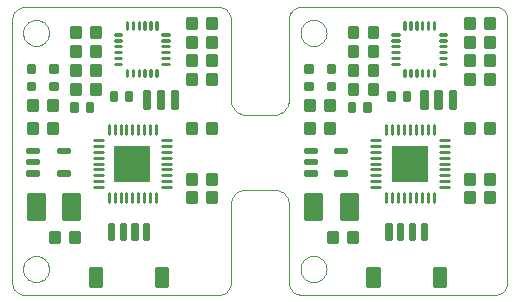
<source format=gtp>
G75*
%MOIN*%
%OFA0B0*%
%FSLAX24Y24*%
%IPPOS*%
%LPD*%
%AMOC8*
5,1,8,0,0,1.08239X$1,22.5*
%
%ADD10C,0.0000*%
%ADD11R,0.1187X0.1187*%
%ADD12C,0.0101*%
%ADD13C,0.0100*%
%ADD14C,0.0098*%
%ADD15C,0.0100*%
%ADD16C,0.0100*%
%ADD17C,0.0099*%
D10*
X003587Y005150D02*
X010080Y005150D01*
X010119Y005153D01*
X010158Y005159D01*
X010196Y005169D01*
X010233Y005183D01*
X010268Y005200D01*
X010301Y005221D01*
X010332Y005245D01*
X010361Y005271D01*
X010387Y005301D01*
X010410Y005333D01*
X010430Y005367D01*
X010446Y005402D01*
X010458Y005440D01*
X010467Y005478D01*
X010473Y005517D01*
X010474Y005556D01*
X010474Y008150D01*
X010476Y008194D01*
X010482Y008237D01*
X010491Y008279D01*
X010504Y008321D01*
X010521Y008361D01*
X010541Y008400D01*
X010564Y008437D01*
X010591Y008471D01*
X010620Y008504D01*
X010653Y008533D01*
X010687Y008560D01*
X010724Y008583D01*
X010763Y008603D01*
X010803Y008620D01*
X010845Y008633D01*
X010887Y008642D01*
X010930Y008648D01*
X010974Y008650D01*
X011912Y008650D01*
X011956Y008648D01*
X011999Y008642D01*
X012041Y008633D01*
X012083Y008620D01*
X012123Y008603D01*
X012162Y008583D01*
X012199Y008560D01*
X012233Y008533D01*
X012266Y008504D01*
X012295Y008471D01*
X012322Y008437D01*
X012345Y008400D01*
X012365Y008361D01*
X012382Y008321D01*
X012395Y008279D01*
X012404Y008237D01*
X012410Y008194D01*
X012412Y008150D01*
X012412Y005556D01*
X012414Y005517D01*
X012419Y005479D01*
X012428Y005441D01*
X012441Y005404D01*
X012458Y005369D01*
X012478Y005335D01*
X012501Y005304D01*
X012527Y005275D01*
X012555Y005249D01*
X012586Y005225D01*
X012620Y005205D01*
X012655Y005188D01*
X012692Y005175D01*
X012729Y005165D01*
X012768Y005159D01*
X012807Y005157D01*
X012806Y005157D02*
X019299Y005157D01*
X019338Y005159D01*
X019376Y005165D01*
X019413Y005174D01*
X019450Y005187D01*
X019485Y005204D01*
X019518Y005223D01*
X019549Y005246D01*
X019578Y005272D01*
X019604Y005301D01*
X019627Y005332D01*
X019646Y005365D01*
X019663Y005400D01*
X019676Y005437D01*
X019685Y005474D01*
X019691Y005512D01*
X019693Y005551D01*
X019693Y014350D01*
X019691Y014389D01*
X019685Y014427D01*
X019676Y014464D01*
X019663Y014501D01*
X019646Y014536D01*
X019627Y014569D01*
X019604Y014600D01*
X019578Y014629D01*
X019549Y014655D01*
X019518Y014678D01*
X019485Y014697D01*
X019450Y014714D01*
X019413Y014727D01*
X019376Y014736D01*
X019338Y014742D01*
X019299Y014744D01*
X012806Y014744D01*
X012806Y014743D02*
X012767Y014740D01*
X012728Y014734D01*
X012690Y014724D01*
X012653Y014710D01*
X012618Y014693D01*
X012585Y014672D01*
X012554Y014648D01*
X012525Y014622D01*
X012499Y014592D01*
X012476Y014560D01*
X012456Y014526D01*
X012440Y014491D01*
X012428Y014453D01*
X012419Y014415D01*
X012413Y014376D01*
X012412Y014337D01*
X012412Y014338D02*
X012412Y011650D01*
X012410Y011606D01*
X012404Y011563D01*
X012395Y011521D01*
X012382Y011479D01*
X012365Y011439D01*
X012345Y011400D01*
X012322Y011363D01*
X012295Y011329D01*
X012266Y011296D01*
X012233Y011267D01*
X012199Y011240D01*
X012162Y011217D01*
X012123Y011197D01*
X012083Y011180D01*
X012041Y011167D01*
X011999Y011158D01*
X011956Y011152D01*
X011912Y011150D01*
X010974Y011150D01*
X010930Y011152D01*
X010887Y011158D01*
X010845Y011167D01*
X010803Y011180D01*
X010763Y011197D01*
X010724Y011217D01*
X010687Y011240D01*
X010653Y011267D01*
X010620Y011296D01*
X010591Y011329D01*
X010564Y011363D01*
X010541Y011400D01*
X010521Y011439D01*
X010504Y011479D01*
X010491Y011521D01*
X010482Y011563D01*
X010476Y011606D01*
X010474Y011650D01*
X010474Y014338D01*
X010475Y014338D02*
X010473Y014377D01*
X010468Y014415D01*
X010459Y014453D01*
X010446Y014490D01*
X010429Y014525D01*
X010409Y014559D01*
X010386Y014590D01*
X010360Y014619D01*
X010332Y014645D01*
X010301Y014669D01*
X010267Y014689D01*
X010232Y014706D01*
X010195Y014719D01*
X010158Y014729D01*
X010119Y014735D01*
X010080Y014737D01*
X003587Y014737D01*
X003548Y014735D01*
X003510Y014729D01*
X003473Y014720D01*
X003436Y014707D01*
X003401Y014690D01*
X003368Y014671D01*
X003337Y014648D01*
X003308Y014622D01*
X003282Y014593D01*
X003259Y014562D01*
X003240Y014529D01*
X003223Y014494D01*
X003210Y014457D01*
X003201Y014420D01*
X003195Y014382D01*
X003193Y014343D01*
X003193Y005544D01*
X003195Y005505D01*
X003201Y005467D01*
X003210Y005430D01*
X003223Y005393D01*
X003240Y005358D01*
X003259Y005325D01*
X003282Y005294D01*
X003308Y005265D01*
X003337Y005239D01*
X003368Y005216D01*
X003401Y005197D01*
X003436Y005180D01*
X003473Y005167D01*
X003510Y005158D01*
X003548Y005152D01*
X003587Y005150D01*
X003548Y006006D02*
X003550Y006047D01*
X003556Y006088D01*
X003566Y006128D01*
X003579Y006167D01*
X003596Y006204D01*
X003617Y006240D01*
X003641Y006274D01*
X003668Y006305D01*
X003697Y006333D01*
X003730Y006359D01*
X003764Y006381D01*
X003801Y006400D01*
X003839Y006415D01*
X003879Y006427D01*
X003919Y006435D01*
X003960Y006439D01*
X004002Y006439D01*
X004043Y006435D01*
X004083Y006427D01*
X004123Y006415D01*
X004161Y006400D01*
X004197Y006381D01*
X004232Y006359D01*
X004265Y006333D01*
X004294Y006305D01*
X004321Y006274D01*
X004345Y006240D01*
X004366Y006204D01*
X004383Y006167D01*
X004396Y006128D01*
X004406Y006088D01*
X004412Y006047D01*
X004414Y006006D01*
X004412Y005965D01*
X004406Y005924D01*
X004396Y005884D01*
X004383Y005845D01*
X004366Y005808D01*
X004345Y005772D01*
X004321Y005738D01*
X004294Y005707D01*
X004265Y005679D01*
X004232Y005653D01*
X004198Y005631D01*
X004161Y005612D01*
X004123Y005597D01*
X004083Y005585D01*
X004043Y005577D01*
X004002Y005573D01*
X003960Y005573D01*
X003919Y005577D01*
X003879Y005585D01*
X003839Y005597D01*
X003801Y005612D01*
X003765Y005631D01*
X003730Y005653D01*
X003697Y005679D01*
X003668Y005707D01*
X003641Y005738D01*
X003617Y005772D01*
X003596Y005808D01*
X003579Y005845D01*
X003566Y005884D01*
X003556Y005924D01*
X003550Y005965D01*
X003548Y006006D01*
X003548Y013880D02*
X003550Y013921D01*
X003556Y013962D01*
X003566Y014002D01*
X003579Y014041D01*
X003596Y014078D01*
X003617Y014114D01*
X003641Y014148D01*
X003668Y014179D01*
X003697Y014207D01*
X003730Y014233D01*
X003764Y014255D01*
X003801Y014274D01*
X003839Y014289D01*
X003879Y014301D01*
X003919Y014309D01*
X003960Y014313D01*
X004002Y014313D01*
X004043Y014309D01*
X004083Y014301D01*
X004123Y014289D01*
X004161Y014274D01*
X004197Y014255D01*
X004232Y014233D01*
X004265Y014207D01*
X004294Y014179D01*
X004321Y014148D01*
X004345Y014114D01*
X004366Y014078D01*
X004383Y014041D01*
X004396Y014002D01*
X004406Y013962D01*
X004412Y013921D01*
X004414Y013880D01*
X004412Y013839D01*
X004406Y013798D01*
X004396Y013758D01*
X004383Y013719D01*
X004366Y013682D01*
X004345Y013646D01*
X004321Y013612D01*
X004294Y013581D01*
X004265Y013553D01*
X004232Y013527D01*
X004198Y013505D01*
X004161Y013486D01*
X004123Y013471D01*
X004083Y013459D01*
X004043Y013451D01*
X004002Y013447D01*
X003960Y013447D01*
X003919Y013451D01*
X003879Y013459D01*
X003839Y013471D01*
X003801Y013486D01*
X003765Y013505D01*
X003730Y013527D01*
X003697Y013553D01*
X003668Y013581D01*
X003641Y013612D01*
X003617Y013646D01*
X003596Y013682D01*
X003579Y013719D01*
X003566Y013758D01*
X003556Y013798D01*
X003550Y013839D01*
X003548Y013880D01*
X012798Y013880D02*
X012800Y013921D01*
X012806Y013962D01*
X012816Y014002D01*
X012829Y014041D01*
X012846Y014078D01*
X012867Y014114D01*
X012891Y014148D01*
X012918Y014179D01*
X012947Y014207D01*
X012980Y014233D01*
X013014Y014255D01*
X013051Y014274D01*
X013089Y014289D01*
X013129Y014301D01*
X013169Y014309D01*
X013210Y014313D01*
X013252Y014313D01*
X013293Y014309D01*
X013333Y014301D01*
X013373Y014289D01*
X013411Y014274D01*
X013447Y014255D01*
X013482Y014233D01*
X013515Y014207D01*
X013544Y014179D01*
X013571Y014148D01*
X013595Y014114D01*
X013616Y014078D01*
X013633Y014041D01*
X013646Y014002D01*
X013656Y013962D01*
X013662Y013921D01*
X013664Y013880D01*
X013662Y013839D01*
X013656Y013798D01*
X013646Y013758D01*
X013633Y013719D01*
X013616Y013682D01*
X013595Y013646D01*
X013571Y013612D01*
X013544Y013581D01*
X013515Y013553D01*
X013482Y013527D01*
X013448Y013505D01*
X013411Y013486D01*
X013373Y013471D01*
X013333Y013459D01*
X013293Y013451D01*
X013252Y013447D01*
X013210Y013447D01*
X013169Y013451D01*
X013129Y013459D01*
X013089Y013471D01*
X013051Y013486D01*
X013015Y013505D01*
X012980Y013527D01*
X012947Y013553D01*
X012918Y013581D01*
X012891Y013612D01*
X012867Y013646D01*
X012846Y013682D01*
X012829Y013719D01*
X012816Y013758D01*
X012806Y013798D01*
X012800Y013839D01*
X012798Y013880D01*
X012798Y006006D02*
X012800Y006047D01*
X012806Y006088D01*
X012816Y006128D01*
X012829Y006167D01*
X012846Y006204D01*
X012867Y006240D01*
X012891Y006274D01*
X012918Y006305D01*
X012947Y006333D01*
X012980Y006359D01*
X013014Y006381D01*
X013051Y006400D01*
X013089Y006415D01*
X013129Y006427D01*
X013169Y006435D01*
X013210Y006439D01*
X013252Y006439D01*
X013293Y006435D01*
X013333Y006427D01*
X013373Y006415D01*
X013411Y006400D01*
X013447Y006381D01*
X013482Y006359D01*
X013515Y006333D01*
X013544Y006305D01*
X013571Y006274D01*
X013595Y006240D01*
X013616Y006204D01*
X013633Y006167D01*
X013646Y006128D01*
X013656Y006088D01*
X013662Y006047D01*
X013664Y006006D01*
X013662Y005965D01*
X013656Y005924D01*
X013646Y005884D01*
X013633Y005845D01*
X013616Y005808D01*
X013595Y005772D01*
X013571Y005738D01*
X013544Y005707D01*
X013515Y005679D01*
X013482Y005653D01*
X013448Y005631D01*
X013411Y005612D01*
X013373Y005597D01*
X013333Y005585D01*
X013293Y005577D01*
X013252Y005573D01*
X013210Y005573D01*
X013169Y005577D01*
X013129Y005585D01*
X013089Y005597D01*
X013051Y005612D01*
X013015Y005631D01*
X012980Y005653D01*
X012947Y005679D01*
X012918Y005707D01*
X012891Y005738D01*
X012867Y005772D01*
X012846Y005808D01*
X012829Y005845D01*
X012816Y005884D01*
X012806Y005924D01*
X012800Y005965D01*
X012798Y006006D01*
D11*
X016443Y009525D03*
X007193Y009525D03*
D12*
X005424Y008510D02*
X004894Y008510D01*
X005424Y008510D02*
X005424Y007666D01*
X004894Y007666D01*
X004894Y008510D01*
X004894Y007766D02*
X005424Y007766D01*
X005424Y007866D02*
X004894Y007866D01*
X004894Y007966D02*
X005424Y007966D01*
X005424Y008066D02*
X004894Y008066D01*
X004894Y008166D02*
X005424Y008166D01*
X005424Y008266D02*
X004894Y008266D01*
X004894Y008366D02*
X005424Y008366D01*
X005424Y008466D02*
X004894Y008466D01*
X004243Y007666D02*
X003713Y007666D01*
X003713Y008510D01*
X004243Y008510D01*
X004243Y007666D01*
X004243Y007766D02*
X003713Y007766D01*
X003713Y007866D02*
X004243Y007866D01*
X004243Y007966D02*
X003713Y007966D01*
X003713Y008066D02*
X004243Y008066D01*
X004243Y008166D02*
X003713Y008166D01*
X003713Y008266D02*
X004243Y008266D01*
X004243Y008366D02*
X003713Y008366D01*
X003713Y008466D02*
X004243Y008466D01*
X004461Y011998D02*
X004675Y011998D01*
X004461Y011998D02*
X004461Y012212D01*
X004675Y012212D01*
X004675Y011998D01*
X004675Y012098D02*
X004461Y012098D01*
X004461Y012198D02*
X004675Y012198D01*
X004675Y012588D02*
X004461Y012588D01*
X004461Y012802D01*
X004675Y012802D01*
X004675Y012588D01*
X004675Y012688D02*
X004461Y012688D01*
X004461Y012788D02*
X004675Y012788D01*
X003925Y012588D02*
X003711Y012588D01*
X003711Y012802D01*
X003925Y012802D01*
X003925Y012588D01*
X003925Y012688D02*
X003711Y012688D01*
X003711Y012788D02*
X003925Y012788D01*
X003925Y011998D02*
X003711Y011998D01*
X003711Y012212D01*
X003925Y012212D01*
X003925Y011998D01*
X003925Y012098D02*
X003711Y012098D01*
X003711Y012198D02*
X003925Y012198D01*
X012961Y011998D02*
X013175Y011998D01*
X012961Y011998D02*
X012961Y012212D01*
X013175Y012212D01*
X013175Y011998D01*
X013175Y012098D02*
X012961Y012098D01*
X012961Y012198D02*
X013175Y012198D01*
X013175Y012588D02*
X012961Y012588D01*
X012961Y012802D01*
X013175Y012802D01*
X013175Y012588D01*
X013175Y012688D02*
X012961Y012688D01*
X012961Y012788D02*
X013175Y012788D01*
X013711Y012588D02*
X013925Y012588D01*
X013711Y012588D02*
X013711Y012802D01*
X013925Y012802D01*
X013925Y012588D01*
X013925Y012688D02*
X013711Y012688D01*
X013711Y012788D02*
X013925Y012788D01*
X013925Y011998D02*
X013711Y011998D01*
X013711Y012212D01*
X013925Y012212D01*
X013925Y011998D01*
X013925Y012098D02*
X013711Y012098D01*
X013711Y012198D02*
X013925Y012198D01*
X014144Y008510D02*
X014674Y008510D01*
X014674Y007666D01*
X014144Y007666D01*
X014144Y008510D01*
X014144Y007766D02*
X014674Y007766D01*
X014674Y007866D02*
X014144Y007866D01*
X014144Y007966D02*
X014674Y007966D01*
X014674Y008066D02*
X014144Y008066D01*
X014144Y008166D02*
X014674Y008166D01*
X014674Y008266D02*
X014144Y008266D01*
X014144Y008366D02*
X014674Y008366D01*
X014674Y008466D02*
X014144Y008466D01*
X013493Y007666D02*
X012963Y007666D01*
X012963Y008510D01*
X013493Y008510D01*
X013493Y007666D01*
X013493Y007766D02*
X012963Y007766D01*
X012963Y007866D02*
X013493Y007866D01*
X013493Y007966D02*
X012963Y007966D01*
X012963Y008066D02*
X013493Y008066D01*
X013493Y008166D02*
X012963Y008166D01*
X012963Y008266D02*
X013493Y008266D01*
X013493Y008366D02*
X012963Y008366D01*
X012963Y008466D02*
X013493Y008466D01*
D13*
X016255Y012443D02*
X016255Y012657D01*
X016273Y012657D01*
X016273Y012443D01*
X016255Y012443D01*
X016255Y012542D02*
X016273Y012542D01*
X016273Y012641D02*
X016255Y012641D01*
X016451Y012657D02*
X016451Y012443D01*
X016451Y012657D02*
X016469Y012657D01*
X016469Y012443D01*
X016451Y012443D01*
X016451Y012542D02*
X016469Y012542D01*
X016469Y012641D02*
X016451Y012641D01*
X016648Y012657D02*
X016648Y012443D01*
X016648Y012657D02*
X016666Y012657D01*
X016666Y012443D01*
X016648Y012443D01*
X016648Y012542D02*
X016666Y012542D01*
X016666Y012641D02*
X016648Y012641D01*
X016845Y012657D02*
X016845Y012443D01*
X016845Y012657D02*
X016863Y012657D01*
X016863Y012443D01*
X016845Y012443D01*
X016845Y012542D02*
X016863Y012542D01*
X016863Y012641D02*
X016845Y012641D01*
X017042Y012657D02*
X017042Y012443D01*
X017042Y012657D02*
X017060Y012657D01*
X017060Y012443D01*
X017042Y012443D01*
X017042Y012542D02*
X017060Y012542D01*
X017060Y012641D02*
X017042Y012641D01*
X017239Y012657D02*
X017239Y012443D01*
X017239Y012657D02*
X017257Y012657D01*
X017257Y012443D01*
X017239Y012443D01*
X017239Y012542D02*
X017257Y012542D01*
X017257Y012641D02*
X017239Y012641D01*
X017436Y012854D02*
X017650Y012854D01*
X017650Y012836D01*
X017436Y012836D01*
X017436Y012854D01*
X017436Y013051D02*
X017650Y013051D01*
X017650Y013033D01*
X017436Y013033D01*
X017436Y013051D01*
X017436Y013248D02*
X017650Y013248D01*
X017650Y013230D01*
X017436Y013230D01*
X017436Y013248D01*
X017436Y013445D02*
X017650Y013445D01*
X017650Y013427D01*
X017436Y013427D01*
X017436Y013445D01*
X017436Y013642D02*
X017650Y013642D01*
X017650Y013624D01*
X017436Y013624D01*
X017436Y013642D01*
X017436Y013839D02*
X017650Y013839D01*
X017650Y013821D01*
X017436Y013821D01*
X017436Y013839D01*
X017257Y014018D02*
X017257Y014232D01*
X017257Y014018D02*
X017239Y014018D01*
X017239Y014232D01*
X017257Y014232D01*
X017257Y014117D02*
X017239Y014117D01*
X017239Y014216D02*
X017257Y014216D01*
X017060Y014232D02*
X017060Y014018D01*
X017042Y014018D01*
X017042Y014232D01*
X017060Y014232D01*
X017060Y014117D02*
X017042Y014117D01*
X017042Y014216D02*
X017060Y014216D01*
X016863Y014232D02*
X016863Y014018D01*
X016845Y014018D01*
X016845Y014232D01*
X016863Y014232D01*
X016863Y014117D02*
X016845Y014117D01*
X016845Y014216D02*
X016863Y014216D01*
X016666Y014232D02*
X016666Y014018D01*
X016648Y014018D01*
X016648Y014232D01*
X016666Y014232D01*
X016666Y014117D02*
X016648Y014117D01*
X016648Y014216D02*
X016666Y014216D01*
X016469Y014232D02*
X016469Y014018D01*
X016451Y014018D01*
X016451Y014232D01*
X016469Y014232D01*
X016469Y014117D02*
X016451Y014117D01*
X016451Y014216D02*
X016469Y014216D01*
X016273Y014232D02*
X016273Y014018D01*
X016255Y014018D01*
X016255Y014232D01*
X016273Y014232D01*
X016273Y014117D02*
X016255Y014117D01*
X016255Y014216D02*
X016273Y014216D01*
X016075Y013821D02*
X015861Y013821D01*
X015861Y013839D01*
X016075Y013839D01*
X016075Y013821D01*
X016075Y013624D02*
X015861Y013624D01*
X015861Y013642D01*
X016075Y013642D01*
X016075Y013624D01*
X016075Y013427D02*
X015861Y013427D01*
X015861Y013445D01*
X016075Y013445D01*
X016075Y013427D01*
X016075Y013230D02*
X015861Y013230D01*
X015861Y013248D01*
X016075Y013248D01*
X016075Y013230D01*
X016075Y013033D02*
X015861Y013033D01*
X015861Y013051D01*
X016075Y013051D01*
X016075Y013033D01*
X016075Y012836D02*
X015861Y012836D01*
X015861Y012854D01*
X016075Y012854D01*
X016075Y012836D01*
X008400Y012854D02*
X008186Y012854D01*
X008400Y012854D02*
X008400Y012836D01*
X008186Y012836D01*
X008186Y012854D01*
X008186Y013051D02*
X008400Y013051D01*
X008400Y013033D01*
X008186Y013033D01*
X008186Y013051D01*
X008186Y013248D02*
X008400Y013248D01*
X008400Y013230D01*
X008186Y013230D01*
X008186Y013248D01*
X008186Y013445D02*
X008400Y013445D01*
X008400Y013427D01*
X008186Y013427D01*
X008186Y013445D01*
X008186Y013642D02*
X008400Y013642D01*
X008400Y013624D01*
X008186Y013624D01*
X008186Y013642D01*
X008186Y013839D02*
X008400Y013839D01*
X008400Y013821D01*
X008186Y013821D01*
X008186Y013839D01*
X008007Y014018D02*
X008007Y014232D01*
X008007Y014018D02*
X007989Y014018D01*
X007989Y014232D01*
X008007Y014232D01*
X008007Y014117D02*
X007989Y014117D01*
X007989Y014216D02*
X008007Y014216D01*
X007810Y014232D02*
X007810Y014018D01*
X007792Y014018D01*
X007792Y014232D01*
X007810Y014232D01*
X007810Y014117D02*
X007792Y014117D01*
X007792Y014216D02*
X007810Y014216D01*
X007613Y014232D02*
X007613Y014018D01*
X007595Y014018D01*
X007595Y014232D01*
X007613Y014232D01*
X007613Y014117D02*
X007595Y014117D01*
X007595Y014216D02*
X007613Y014216D01*
X007416Y014232D02*
X007416Y014018D01*
X007398Y014018D01*
X007398Y014232D01*
X007416Y014232D01*
X007416Y014117D02*
X007398Y014117D01*
X007398Y014216D02*
X007416Y014216D01*
X007219Y014232D02*
X007219Y014018D01*
X007201Y014018D01*
X007201Y014232D01*
X007219Y014232D01*
X007219Y014117D02*
X007201Y014117D01*
X007201Y014216D02*
X007219Y014216D01*
X007023Y014232D02*
X007023Y014018D01*
X007005Y014018D01*
X007005Y014232D01*
X007023Y014232D01*
X007023Y014117D02*
X007005Y014117D01*
X007005Y014216D02*
X007023Y014216D01*
X006825Y013821D02*
X006611Y013821D01*
X006611Y013839D01*
X006825Y013839D01*
X006825Y013821D01*
X006825Y013624D02*
X006611Y013624D01*
X006611Y013642D01*
X006825Y013642D01*
X006825Y013624D01*
X006825Y013427D02*
X006611Y013427D01*
X006611Y013445D01*
X006825Y013445D01*
X006825Y013427D01*
X006825Y013230D02*
X006611Y013230D01*
X006611Y013248D01*
X006825Y013248D01*
X006825Y013230D01*
X006825Y013033D02*
X006611Y013033D01*
X006611Y013051D01*
X006825Y013051D01*
X006825Y013033D01*
X006825Y012836D02*
X006611Y012836D01*
X006611Y012854D01*
X006825Y012854D01*
X006825Y012836D01*
X007005Y012657D02*
X007005Y012443D01*
X007005Y012657D02*
X007023Y012657D01*
X007023Y012443D01*
X007005Y012443D01*
X007005Y012542D02*
X007023Y012542D01*
X007023Y012641D02*
X007005Y012641D01*
X007201Y012657D02*
X007201Y012443D01*
X007201Y012657D02*
X007219Y012657D01*
X007219Y012443D01*
X007201Y012443D01*
X007201Y012542D02*
X007219Y012542D01*
X007219Y012641D02*
X007201Y012641D01*
X007398Y012657D02*
X007398Y012443D01*
X007398Y012657D02*
X007416Y012657D01*
X007416Y012443D01*
X007398Y012443D01*
X007398Y012542D02*
X007416Y012542D01*
X007416Y012641D02*
X007398Y012641D01*
X007595Y012657D02*
X007595Y012443D01*
X007595Y012657D02*
X007613Y012657D01*
X007613Y012443D01*
X007595Y012443D01*
X007595Y012542D02*
X007613Y012542D01*
X007613Y012641D02*
X007595Y012641D01*
X007792Y012657D02*
X007792Y012443D01*
X007792Y012657D02*
X007810Y012657D01*
X007810Y012443D01*
X007792Y012443D01*
X007792Y012542D02*
X007810Y012542D01*
X007810Y012641D02*
X007792Y012641D01*
X007989Y012657D02*
X007989Y012443D01*
X007989Y012657D02*
X008007Y012657D01*
X008007Y012443D01*
X007989Y012443D01*
X007989Y012542D02*
X008007Y012542D01*
X008007Y012641D02*
X007989Y012641D01*
D14*
X009023Y012171D02*
X009319Y012171D01*
X009023Y012171D02*
X009023Y012505D01*
X009319Y012505D01*
X009319Y012171D01*
X009319Y012268D02*
X009023Y012268D01*
X009023Y012365D02*
X009319Y012365D01*
X009319Y012462D02*
X009023Y012462D01*
X009023Y012796D02*
X009319Y012796D01*
X009023Y012796D02*
X009023Y013130D01*
X009319Y013130D01*
X009319Y012796D01*
X009319Y012893D02*
X009023Y012893D01*
X009023Y012990D02*
X009319Y012990D01*
X009319Y013087D02*
X009023Y013087D01*
X009319Y013421D02*
X009319Y013755D01*
X009319Y013421D02*
X009023Y013421D01*
X009023Y013755D01*
X009319Y013755D01*
X009319Y013518D02*
X009023Y013518D01*
X009023Y013615D02*
X009319Y013615D01*
X009319Y013712D02*
X009023Y013712D01*
X009319Y014046D02*
X009319Y014380D01*
X009319Y014046D02*
X009023Y014046D01*
X009023Y014380D01*
X009319Y014380D01*
X009319Y014143D02*
X009023Y014143D01*
X009023Y014240D02*
X009319Y014240D01*
X009319Y014337D02*
X009023Y014337D01*
X009988Y014380D02*
X009988Y014046D01*
X009692Y014046D01*
X009692Y014380D01*
X009988Y014380D01*
X009988Y014143D02*
X009692Y014143D01*
X009692Y014240D02*
X009988Y014240D01*
X009988Y014337D02*
X009692Y014337D01*
X009988Y013755D02*
X009988Y013421D01*
X009692Y013421D01*
X009692Y013755D01*
X009988Y013755D01*
X009988Y013518D02*
X009692Y013518D01*
X009692Y013615D02*
X009988Y013615D01*
X009988Y013712D02*
X009692Y013712D01*
X009692Y012796D02*
X009988Y012796D01*
X009692Y012796D02*
X009692Y013130D01*
X009988Y013130D01*
X009988Y012796D01*
X009988Y012893D02*
X009692Y012893D01*
X009692Y012990D02*
X009988Y012990D01*
X009988Y013087D02*
X009692Y013087D01*
X009692Y012171D02*
X009988Y012171D01*
X009692Y012171D02*
X009692Y012505D01*
X009988Y012505D01*
X009988Y012171D01*
X009988Y012268D02*
X009692Y012268D01*
X009692Y012365D02*
X009988Y012365D01*
X009988Y012462D02*
X009692Y012462D01*
X009988Y010880D02*
X009988Y010546D01*
X009692Y010546D01*
X009692Y010880D01*
X009988Y010880D01*
X009988Y010643D02*
X009692Y010643D01*
X009692Y010740D02*
X009988Y010740D01*
X009988Y010837D02*
X009692Y010837D01*
X009319Y010880D02*
X009319Y010546D01*
X009023Y010546D01*
X009023Y010880D01*
X009319Y010880D01*
X009319Y010643D02*
X009023Y010643D01*
X009023Y010740D02*
X009319Y010740D01*
X009319Y010837D02*
X009023Y010837D01*
X008483Y010312D02*
X008187Y010312D01*
X008187Y010116D02*
X008483Y010116D01*
X008483Y009919D02*
X008187Y009919D01*
X008187Y009722D02*
X008483Y009722D01*
X008483Y009525D02*
X008187Y009525D01*
X008187Y009328D02*
X008483Y009328D01*
X008483Y009131D02*
X008187Y009131D01*
X008187Y008934D02*
X008483Y008934D01*
X009023Y009192D02*
X009319Y009192D01*
X009319Y008858D01*
X009023Y008858D01*
X009023Y009192D01*
X009023Y008955D02*
X009319Y008955D01*
X009319Y009052D02*
X009023Y009052D01*
X009023Y009149D02*
X009319Y009149D01*
X009692Y009192D02*
X009988Y009192D01*
X009988Y008858D01*
X009692Y008858D01*
X009692Y009192D01*
X009692Y008955D02*
X009988Y008955D01*
X009988Y009052D02*
X009692Y009052D01*
X009692Y009149D02*
X009988Y009149D01*
X009988Y008567D02*
X009988Y008233D01*
X009692Y008233D01*
X009692Y008567D01*
X009988Y008567D01*
X009988Y008330D02*
X009692Y008330D01*
X009692Y008427D02*
X009988Y008427D01*
X009988Y008524D02*
X009692Y008524D01*
X009319Y008567D02*
X009319Y008233D01*
X009023Y008233D01*
X009023Y008567D01*
X009319Y008567D01*
X009319Y008330D02*
X009023Y008330D01*
X009023Y008427D02*
X009319Y008427D01*
X009319Y008524D02*
X009023Y008524D01*
X007981Y008531D02*
X007981Y008235D01*
X007784Y008235D02*
X007784Y008531D01*
X007587Y008531D02*
X007587Y008235D01*
X007390Y008235D02*
X007390Y008531D01*
X007193Y008531D02*
X007193Y008235D01*
X006996Y008235D02*
X006996Y008531D01*
X006799Y008531D02*
X006799Y008235D01*
X006603Y008235D02*
X006603Y008531D01*
X006406Y008531D02*
X006406Y008235D01*
X006199Y008738D02*
X005903Y008738D01*
X005903Y008934D02*
X006199Y008934D01*
X006199Y009131D02*
X005903Y009131D01*
X005903Y009328D02*
X006199Y009328D01*
X006199Y009525D02*
X005903Y009525D01*
X005903Y009722D02*
X006199Y009722D01*
X006199Y009919D02*
X005903Y009919D01*
X005903Y010116D02*
X006199Y010116D01*
X006199Y010312D02*
X005903Y010312D01*
X006406Y010519D02*
X006406Y010815D01*
X006603Y010815D02*
X006603Y010519D01*
X006799Y010519D02*
X006799Y010815D01*
X006996Y010815D02*
X006996Y010519D01*
X007193Y010519D02*
X007193Y010815D01*
X007390Y010815D02*
X007390Y010519D01*
X007587Y010519D02*
X007587Y010815D01*
X007784Y010815D02*
X007784Y010519D01*
X007981Y010519D02*
X007981Y010815D01*
X006113Y012192D02*
X005817Y012192D01*
X006113Y012192D02*
X006113Y011858D01*
X005817Y011858D01*
X005817Y012192D01*
X005817Y011955D02*
X006113Y011955D01*
X006113Y012052D02*
X005817Y012052D01*
X005817Y012149D02*
X006113Y012149D01*
X006113Y012817D02*
X005817Y012817D01*
X006113Y012817D02*
X006113Y012483D01*
X005817Y012483D01*
X005817Y012817D01*
X005817Y012580D02*
X006113Y012580D01*
X006113Y012677D02*
X005817Y012677D01*
X005817Y012774D02*
X006113Y012774D01*
X006113Y013442D02*
X005817Y013442D01*
X006113Y013442D02*
X006113Y013108D01*
X005817Y013108D01*
X005817Y013442D01*
X005817Y013205D02*
X006113Y013205D01*
X006113Y013302D02*
X005817Y013302D01*
X005817Y013399D02*
X006113Y013399D01*
X005817Y013733D02*
X005817Y014067D01*
X006113Y014067D01*
X006113Y013733D01*
X005817Y013733D01*
X005817Y013830D02*
X006113Y013830D01*
X006113Y013927D02*
X005817Y013927D01*
X005817Y014024D02*
X006113Y014024D01*
X005148Y014067D02*
X005148Y013733D01*
X005148Y014067D02*
X005444Y014067D01*
X005444Y013733D01*
X005148Y013733D01*
X005148Y013830D02*
X005444Y013830D01*
X005444Y013927D02*
X005148Y013927D01*
X005148Y014024D02*
X005444Y014024D01*
X005444Y013442D02*
X005148Y013442D01*
X005444Y013442D02*
X005444Y013108D01*
X005148Y013108D01*
X005148Y013442D01*
X005148Y013205D02*
X005444Y013205D01*
X005444Y013302D02*
X005148Y013302D01*
X005148Y013399D02*
X005444Y013399D01*
X005444Y012817D02*
X005148Y012817D01*
X005444Y012817D02*
X005444Y012483D01*
X005148Y012483D01*
X005148Y012817D01*
X005148Y012580D02*
X005444Y012580D01*
X005444Y012677D02*
X005148Y012677D01*
X005148Y012774D02*
X005444Y012774D01*
X005444Y012192D02*
X005148Y012192D01*
X005444Y012192D02*
X005444Y011858D01*
X005148Y011858D01*
X005148Y012192D01*
X005148Y011955D02*
X005444Y011955D01*
X005444Y012052D02*
X005148Y012052D01*
X005148Y012149D02*
X005444Y012149D01*
X004676Y011630D02*
X004380Y011630D01*
X004676Y011630D02*
X004676Y011296D01*
X004380Y011296D01*
X004380Y011630D01*
X004380Y011393D02*
X004676Y011393D01*
X004676Y011490D02*
X004380Y011490D01*
X004380Y011587D02*
X004676Y011587D01*
X004007Y011630D02*
X003711Y011630D01*
X004007Y011630D02*
X004007Y011296D01*
X003711Y011296D01*
X003711Y011630D01*
X003711Y011393D02*
X004007Y011393D01*
X004007Y011490D02*
X003711Y011490D01*
X003711Y011587D02*
X004007Y011587D01*
X003711Y010880D02*
X003711Y010546D01*
X003711Y010880D02*
X004007Y010880D01*
X004007Y010546D01*
X003711Y010546D01*
X003711Y010643D02*
X004007Y010643D01*
X004007Y010740D02*
X003711Y010740D01*
X003711Y010837D02*
X004007Y010837D01*
X004380Y010880D02*
X004380Y010546D01*
X004380Y010880D02*
X004676Y010880D01*
X004676Y010546D01*
X004380Y010546D01*
X004380Y010643D02*
X004676Y010643D01*
X004676Y010740D02*
X004380Y010740D01*
X004380Y010837D02*
X004676Y010837D01*
X004461Y007255D02*
X004461Y006921D01*
X004461Y007255D02*
X004757Y007255D01*
X004757Y006921D01*
X004461Y006921D01*
X004461Y007018D02*
X004757Y007018D01*
X004757Y007115D02*
X004461Y007115D01*
X004461Y007212D02*
X004757Y007212D01*
X005130Y007255D02*
X005130Y006921D01*
X005130Y007255D02*
X005426Y007255D01*
X005426Y006921D01*
X005130Y006921D01*
X005130Y007018D02*
X005426Y007018D01*
X005426Y007115D02*
X005130Y007115D01*
X005130Y007212D02*
X005426Y007212D01*
X012961Y010546D02*
X012961Y010880D01*
X013257Y010880D01*
X013257Y010546D01*
X012961Y010546D01*
X012961Y010643D02*
X013257Y010643D01*
X013257Y010740D02*
X012961Y010740D01*
X012961Y010837D02*
X013257Y010837D01*
X013630Y010880D02*
X013630Y010546D01*
X013630Y010880D02*
X013926Y010880D01*
X013926Y010546D01*
X013630Y010546D01*
X013630Y010643D02*
X013926Y010643D01*
X013926Y010740D02*
X013630Y010740D01*
X013630Y010837D02*
X013926Y010837D01*
X013926Y011630D02*
X013630Y011630D01*
X013926Y011630D02*
X013926Y011296D01*
X013630Y011296D01*
X013630Y011630D01*
X013630Y011393D02*
X013926Y011393D01*
X013926Y011490D02*
X013630Y011490D01*
X013630Y011587D02*
X013926Y011587D01*
X014398Y012192D02*
X014694Y012192D01*
X014694Y011858D01*
X014398Y011858D01*
X014398Y012192D01*
X014398Y011955D02*
X014694Y011955D01*
X014694Y012052D02*
X014398Y012052D01*
X014398Y012149D02*
X014694Y012149D01*
X014694Y012817D02*
X014398Y012817D01*
X014694Y012817D02*
X014694Y012483D01*
X014398Y012483D01*
X014398Y012817D01*
X014398Y012580D02*
X014694Y012580D01*
X014694Y012677D02*
X014398Y012677D01*
X014398Y012774D02*
X014694Y012774D01*
X014694Y013442D02*
X014398Y013442D01*
X014694Y013442D02*
X014694Y013108D01*
X014398Y013108D01*
X014398Y013442D01*
X014398Y013205D02*
X014694Y013205D01*
X014694Y013302D02*
X014398Y013302D01*
X014398Y013399D02*
X014694Y013399D01*
X014398Y013733D02*
X014398Y014067D01*
X014694Y014067D01*
X014694Y013733D01*
X014398Y013733D01*
X014398Y013830D02*
X014694Y013830D01*
X014694Y013927D02*
X014398Y013927D01*
X014398Y014024D02*
X014694Y014024D01*
X015067Y014067D02*
X015067Y013733D01*
X015067Y014067D02*
X015363Y014067D01*
X015363Y013733D01*
X015067Y013733D01*
X015067Y013830D02*
X015363Y013830D01*
X015363Y013927D02*
X015067Y013927D01*
X015067Y014024D02*
X015363Y014024D01*
X015363Y013442D02*
X015067Y013442D01*
X015363Y013442D02*
X015363Y013108D01*
X015067Y013108D01*
X015067Y013442D01*
X015067Y013205D02*
X015363Y013205D01*
X015363Y013302D02*
X015067Y013302D01*
X015067Y013399D02*
X015363Y013399D01*
X015363Y012817D02*
X015067Y012817D01*
X015363Y012817D02*
X015363Y012483D01*
X015067Y012483D01*
X015067Y012817D01*
X015067Y012580D02*
X015363Y012580D01*
X015363Y012677D02*
X015067Y012677D01*
X015067Y012774D02*
X015363Y012774D01*
X015363Y012192D02*
X015067Y012192D01*
X015363Y012192D02*
X015363Y011858D01*
X015067Y011858D01*
X015067Y012192D01*
X015067Y011955D02*
X015363Y011955D01*
X015363Y012052D02*
X015067Y012052D01*
X015067Y012149D02*
X015363Y012149D01*
X015656Y010815D02*
X015656Y010519D01*
X015853Y010519D02*
X015853Y010815D01*
X016049Y010815D02*
X016049Y010519D01*
X016246Y010519D02*
X016246Y010815D01*
X016443Y010815D02*
X016443Y010519D01*
X016640Y010519D02*
X016640Y010815D01*
X016837Y010815D02*
X016837Y010519D01*
X017034Y010519D02*
X017034Y010815D01*
X017231Y010815D02*
X017231Y010519D01*
X017437Y010312D02*
X017733Y010312D01*
X017733Y010116D02*
X017437Y010116D01*
X017437Y009919D02*
X017733Y009919D01*
X017733Y009722D02*
X017437Y009722D01*
X017437Y009525D02*
X017733Y009525D01*
X017733Y009328D02*
X017437Y009328D01*
X017437Y009131D02*
X017733Y009131D01*
X017733Y008934D02*
X017437Y008934D01*
X017231Y008531D02*
X017231Y008235D01*
X017034Y008235D02*
X017034Y008531D01*
X016837Y008531D02*
X016837Y008235D01*
X016640Y008235D02*
X016640Y008531D01*
X016443Y008531D02*
X016443Y008235D01*
X016246Y008235D02*
X016246Y008531D01*
X016049Y008531D02*
X016049Y008235D01*
X015853Y008235D02*
X015853Y008531D01*
X015656Y008531D02*
X015656Y008235D01*
X015449Y008738D02*
X015153Y008738D01*
X015153Y008934D02*
X015449Y008934D01*
X015449Y009131D02*
X015153Y009131D01*
X015153Y009328D02*
X015449Y009328D01*
X015449Y009525D02*
X015153Y009525D01*
X015153Y009722D02*
X015449Y009722D01*
X015449Y009919D02*
X015153Y009919D01*
X015153Y010116D02*
X015449Y010116D01*
X015449Y010312D02*
X015153Y010312D01*
X013257Y011630D02*
X012961Y011630D01*
X013257Y011630D02*
X013257Y011296D01*
X012961Y011296D01*
X012961Y011630D01*
X012961Y011393D02*
X013257Y011393D01*
X013257Y011490D02*
X012961Y011490D01*
X012961Y011587D02*
X013257Y011587D01*
X013711Y007255D02*
X013711Y006921D01*
X013711Y007255D02*
X014007Y007255D01*
X014007Y006921D01*
X013711Y006921D01*
X013711Y007018D02*
X014007Y007018D01*
X014007Y007115D02*
X013711Y007115D01*
X013711Y007212D02*
X014007Y007212D01*
X014380Y007255D02*
X014380Y006921D01*
X014380Y007255D02*
X014676Y007255D01*
X014676Y006921D01*
X014380Y006921D01*
X014380Y007018D02*
X014676Y007018D01*
X014676Y007115D02*
X014380Y007115D01*
X014380Y007212D02*
X014676Y007212D01*
X018569Y008233D02*
X018569Y008567D01*
X018569Y008233D02*
X018273Y008233D01*
X018273Y008567D01*
X018569Y008567D01*
X018569Y008330D02*
X018273Y008330D01*
X018273Y008427D02*
X018569Y008427D01*
X018569Y008524D02*
X018273Y008524D01*
X018273Y009192D02*
X018569Y009192D01*
X018569Y008858D01*
X018273Y008858D01*
X018273Y009192D01*
X018273Y008955D02*
X018569Y008955D01*
X018569Y009052D02*
X018273Y009052D01*
X018273Y009149D02*
X018569Y009149D01*
X018942Y009192D02*
X019238Y009192D01*
X019238Y008858D01*
X018942Y008858D01*
X018942Y009192D01*
X018942Y008955D02*
X019238Y008955D01*
X019238Y009052D02*
X018942Y009052D01*
X018942Y009149D02*
X019238Y009149D01*
X019238Y008567D02*
X019238Y008233D01*
X018942Y008233D01*
X018942Y008567D01*
X019238Y008567D01*
X019238Y008330D02*
X018942Y008330D01*
X018942Y008427D02*
X019238Y008427D01*
X019238Y008524D02*
X018942Y008524D01*
X019238Y010546D02*
X019238Y010880D01*
X019238Y010546D02*
X018942Y010546D01*
X018942Y010880D01*
X019238Y010880D01*
X019238Y010643D02*
X018942Y010643D01*
X018942Y010740D02*
X019238Y010740D01*
X019238Y010837D02*
X018942Y010837D01*
X018569Y010880D02*
X018569Y010546D01*
X018273Y010546D01*
X018273Y010880D01*
X018569Y010880D01*
X018569Y010643D02*
X018273Y010643D01*
X018273Y010740D02*
X018569Y010740D01*
X018569Y010837D02*
X018273Y010837D01*
X018273Y012171D02*
X018569Y012171D01*
X018273Y012171D02*
X018273Y012505D01*
X018569Y012505D01*
X018569Y012171D01*
X018569Y012268D02*
X018273Y012268D01*
X018273Y012365D02*
X018569Y012365D01*
X018569Y012462D02*
X018273Y012462D01*
X018273Y012796D02*
X018569Y012796D01*
X018273Y012796D02*
X018273Y013130D01*
X018569Y013130D01*
X018569Y012796D01*
X018569Y012893D02*
X018273Y012893D01*
X018273Y012990D02*
X018569Y012990D01*
X018569Y013087D02*
X018273Y013087D01*
X018569Y013421D02*
X018569Y013755D01*
X018569Y013421D02*
X018273Y013421D01*
X018273Y013755D01*
X018569Y013755D01*
X018569Y013518D02*
X018273Y013518D01*
X018273Y013615D02*
X018569Y013615D01*
X018569Y013712D02*
X018273Y013712D01*
X018569Y014046D02*
X018569Y014380D01*
X018569Y014046D02*
X018273Y014046D01*
X018273Y014380D01*
X018569Y014380D01*
X018569Y014143D02*
X018273Y014143D01*
X018273Y014240D02*
X018569Y014240D01*
X018569Y014337D02*
X018273Y014337D01*
X019238Y014380D02*
X019238Y014046D01*
X018942Y014046D01*
X018942Y014380D01*
X019238Y014380D01*
X019238Y014143D02*
X018942Y014143D01*
X018942Y014240D02*
X019238Y014240D01*
X019238Y014337D02*
X018942Y014337D01*
X019238Y013755D02*
X019238Y013421D01*
X018942Y013421D01*
X018942Y013755D01*
X019238Y013755D01*
X019238Y013518D02*
X018942Y013518D01*
X018942Y013615D02*
X019238Y013615D01*
X019238Y013712D02*
X018942Y013712D01*
X018942Y012796D02*
X019238Y012796D01*
X018942Y012796D02*
X018942Y013130D01*
X019238Y013130D01*
X019238Y012796D01*
X019238Y012893D02*
X018942Y012893D01*
X018942Y012990D02*
X019238Y012990D01*
X019238Y013087D02*
X018942Y013087D01*
X018942Y012171D02*
X019238Y012171D01*
X018942Y012171D02*
X018942Y012505D01*
X019238Y012505D01*
X019238Y012171D01*
X019238Y012268D02*
X018942Y012268D01*
X018942Y012365D02*
X019238Y012365D01*
X019238Y012462D02*
X018942Y012462D01*
D15*
X013957Y010020D02*
X013957Y009904D01*
X013957Y010020D02*
X014329Y010020D01*
X014329Y009904D01*
X013957Y009904D01*
X013957Y010003D02*
X014329Y010003D01*
X013957Y009271D02*
X013957Y009155D01*
X013957Y009271D02*
X014329Y009271D01*
X014329Y009155D01*
X013957Y009155D01*
X013957Y009254D02*
X014329Y009254D01*
X012933Y009271D02*
X012933Y009155D01*
X012933Y009271D02*
X013305Y009271D01*
X013305Y009155D01*
X012933Y009155D01*
X012933Y009254D02*
X013305Y009254D01*
X012933Y009530D02*
X012933Y009646D01*
X013305Y009646D01*
X013305Y009530D01*
X012933Y009530D01*
X012933Y009629D02*
X013305Y009629D01*
X012933Y009904D02*
X012933Y010020D01*
X013305Y010020D01*
X013305Y009904D01*
X012933Y009904D01*
X012933Y010003D02*
X013305Y010003D01*
X004707Y009904D02*
X004707Y010020D01*
X005079Y010020D01*
X005079Y009904D01*
X004707Y009904D01*
X004707Y010003D02*
X005079Y010003D01*
X004707Y009271D02*
X004707Y009155D01*
X004707Y009271D02*
X005079Y009271D01*
X005079Y009155D01*
X004707Y009155D01*
X004707Y009254D02*
X005079Y009254D01*
X003683Y009271D02*
X003683Y009155D01*
X003683Y009271D02*
X004055Y009271D01*
X004055Y009155D01*
X003683Y009155D01*
X003683Y009254D02*
X004055Y009254D01*
X003683Y009530D02*
X003683Y009646D01*
X004055Y009646D01*
X004055Y009530D01*
X003683Y009530D01*
X003683Y009629D02*
X004055Y009629D01*
X003683Y009904D02*
X003683Y010020D01*
X004055Y010020D01*
X004055Y009904D01*
X003683Y009904D01*
X003683Y010003D02*
X004055Y010003D01*
D16*
X008188Y008741D02*
X008482Y008741D01*
X008482Y008735D01*
X008188Y008735D01*
X008188Y008741D01*
X017438Y008741D02*
X017732Y008741D01*
X017732Y008735D01*
X017438Y008735D01*
X017438Y008741D01*
D17*
X016978Y007003D02*
X016840Y007003D01*
X016840Y007515D01*
X016978Y007515D01*
X016978Y007003D01*
X016978Y007101D02*
X016840Y007101D01*
X016840Y007199D02*
X016978Y007199D01*
X016978Y007297D02*
X016840Y007297D01*
X016840Y007395D02*
X016978Y007395D01*
X016978Y007493D02*
X016840Y007493D01*
X016584Y007003D02*
X016446Y007003D01*
X016446Y007515D01*
X016584Y007515D01*
X016584Y007003D01*
X016584Y007101D02*
X016446Y007101D01*
X016446Y007199D02*
X016584Y007199D01*
X016584Y007297D02*
X016446Y007297D01*
X016446Y007395D02*
X016584Y007395D01*
X016584Y007493D02*
X016446Y007493D01*
X016190Y007003D02*
X016052Y007003D01*
X016052Y007515D01*
X016190Y007515D01*
X016190Y007003D01*
X016190Y007101D02*
X016052Y007101D01*
X016052Y007199D02*
X016190Y007199D01*
X016190Y007297D02*
X016052Y007297D01*
X016052Y007395D02*
X016190Y007395D01*
X016190Y007493D02*
X016052Y007493D01*
X015797Y007003D02*
X015659Y007003D01*
X015659Y007515D01*
X015797Y007515D01*
X015797Y007003D01*
X015797Y007101D02*
X015659Y007101D01*
X015659Y007199D02*
X015797Y007199D01*
X015797Y007297D02*
X015659Y007297D01*
X015659Y007395D02*
X015797Y007395D01*
X015797Y007493D02*
X015659Y007493D01*
X015403Y005428D02*
X015029Y005428D01*
X015029Y006038D01*
X015403Y006038D01*
X015403Y005428D01*
X015403Y005526D02*
X015029Y005526D01*
X015029Y005624D02*
X015403Y005624D01*
X015403Y005722D02*
X015029Y005722D01*
X015029Y005820D02*
X015403Y005820D01*
X015403Y005918D02*
X015029Y005918D01*
X015029Y006016D02*
X015403Y006016D01*
X017234Y005428D02*
X017608Y005428D01*
X017234Y005428D02*
X017234Y006038D01*
X017608Y006038D01*
X017608Y005428D01*
X017608Y005526D02*
X017234Y005526D01*
X017234Y005624D02*
X017608Y005624D01*
X017608Y005722D02*
X017234Y005722D01*
X017234Y005820D02*
X017608Y005820D01*
X017608Y005918D02*
X017234Y005918D01*
X017234Y006016D02*
X017608Y006016D01*
X015101Y011272D02*
X014923Y011272D01*
X014923Y011528D01*
X015101Y011528D01*
X015101Y011272D01*
X015101Y011370D02*
X014923Y011370D01*
X014923Y011468D02*
X015101Y011468D01*
X014589Y011272D02*
X014411Y011272D01*
X014411Y011528D01*
X014589Y011528D01*
X014589Y011272D01*
X014589Y011370D02*
X014411Y011370D01*
X014411Y011468D02*
X014589Y011468D01*
X015723Y011903D02*
X015901Y011903D01*
X015901Y011647D01*
X015723Y011647D01*
X015723Y011903D01*
X015723Y011745D02*
X015901Y011745D01*
X015901Y011843D02*
X015723Y011843D01*
X016235Y011903D02*
X016413Y011903D01*
X016413Y011647D01*
X016235Y011647D01*
X016235Y011903D01*
X016235Y011745D02*
X016413Y011745D01*
X016413Y011843D02*
X016235Y011843D01*
X016819Y011935D02*
X016997Y011935D01*
X016997Y011365D01*
X016819Y011365D01*
X016819Y011935D01*
X016819Y011463D02*
X016997Y011463D01*
X016997Y011561D02*
X016819Y011561D01*
X016819Y011659D02*
X016997Y011659D01*
X016997Y011757D02*
X016819Y011757D01*
X016819Y011855D02*
X016997Y011855D01*
X017292Y011935D02*
X017470Y011935D01*
X017470Y011365D01*
X017292Y011365D01*
X017292Y011935D01*
X017292Y011463D02*
X017470Y011463D01*
X017470Y011561D02*
X017292Y011561D01*
X017292Y011659D02*
X017470Y011659D01*
X017470Y011757D02*
X017292Y011757D01*
X017292Y011855D02*
X017470Y011855D01*
X017764Y011935D02*
X017942Y011935D01*
X017942Y011365D01*
X017764Y011365D01*
X017764Y011935D01*
X017764Y011463D02*
X017942Y011463D01*
X017942Y011561D02*
X017764Y011561D01*
X017764Y011659D02*
X017942Y011659D01*
X017942Y011757D02*
X017764Y011757D01*
X017764Y011855D02*
X017942Y011855D01*
X008692Y011935D02*
X008514Y011935D01*
X008692Y011935D02*
X008692Y011365D01*
X008514Y011365D01*
X008514Y011935D01*
X008514Y011463D02*
X008692Y011463D01*
X008692Y011561D02*
X008514Y011561D01*
X008514Y011659D02*
X008692Y011659D01*
X008692Y011757D02*
X008514Y011757D01*
X008514Y011855D02*
X008692Y011855D01*
X008220Y011935D02*
X008042Y011935D01*
X008220Y011935D02*
X008220Y011365D01*
X008042Y011365D01*
X008042Y011935D01*
X008042Y011463D02*
X008220Y011463D01*
X008220Y011561D02*
X008042Y011561D01*
X008042Y011659D02*
X008220Y011659D01*
X008220Y011757D02*
X008042Y011757D01*
X008042Y011855D02*
X008220Y011855D01*
X007747Y011935D02*
X007569Y011935D01*
X007747Y011935D02*
X007747Y011365D01*
X007569Y011365D01*
X007569Y011935D01*
X007569Y011463D02*
X007747Y011463D01*
X007747Y011561D02*
X007569Y011561D01*
X007569Y011659D02*
X007747Y011659D01*
X007747Y011757D02*
X007569Y011757D01*
X007569Y011855D02*
X007747Y011855D01*
X007163Y011903D02*
X006985Y011903D01*
X007163Y011903D02*
X007163Y011647D01*
X006985Y011647D01*
X006985Y011903D01*
X006985Y011745D02*
X007163Y011745D01*
X007163Y011843D02*
X006985Y011843D01*
X006651Y011903D02*
X006473Y011903D01*
X006651Y011903D02*
X006651Y011647D01*
X006473Y011647D01*
X006473Y011903D01*
X006473Y011745D02*
X006651Y011745D01*
X006651Y011843D02*
X006473Y011843D01*
X005851Y011272D02*
X005673Y011272D01*
X005673Y011528D01*
X005851Y011528D01*
X005851Y011272D01*
X005851Y011370D02*
X005673Y011370D01*
X005673Y011468D02*
X005851Y011468D01*
X005339Y011272D02*
X005161Y011272D01*
X005161Y011528D01*
X005339Y011528D01*
X005339Y011272D01*
X005339Y011370D02*
X005161Y011370D01*
X005161Y011468D02*
X005339Y011468D01*
X006409Y007003D02*
X006547Y007003D01*
X006409Y007003D02*
X006409Y007515D01*
X006547Y007515D01*
X006547Y007003D01*
X006547Y007101D02*
X006409Y007101D01*
X006409Y007199D02*
X006547Y007199D01*
X006547Y007297D02*
X006409Y007297D01*
X006409Y007395D02*
X006547Y007395D01*
X006547Y007493D02*
X006409Y007493D01*
X006802Y007003D02*
X006940Y007003D01*
X006802Y007003D02*
X006802Y007515D01*
X006940Y007515D01*
X006940Y007003D01*
X006940Y007101D02*
X006802Y007101D01*
X006802Y007199D02*
X006940Y007199D01*
X006940Y007297D02*
X006802Y007297D01*
X006802Y007395D02*
X006940Y007395D01*
X006940Y007493D02*
X006802Y007493D01*
X007196Y007003D02*
X007334Y007003D01*
X007196Y007003D02*
X007196Y007515D01*
X007334Y007515D01*
X007334Y007003D01*
X007334Y007101D02*
X007196Y007101D01*
X007196Y007199D02*
X007334Y007199D01*
X007334Y007297D02*
X007196Y007297D01*
X007196Y007395D02*
X007334Y007395D01*
X007334Y007493D02*
X007196Y007493D01*
X007590Y007003D02*
X007728Y007003D01*
X007590Y007003D02*
X007590Y007515D01*
X007728Y007515D01*
X007728Y007003D01*
X007728Y007101D02*
X007590Y007101D01*
X007590Y007199D02*
X007728Y007199D01*
X007728Y007297D02*
X007590Y007297D01*
X007590Y007395D02*
X007728Y007395D01*
X007728Y007493D02*
X007590Y007493D01*
X007984Y005428D02*
X008358Y005428D01*
X007984Y005428D02*
X007984Y006038D01*
X008358Y006038D01*
X008358Y005428D01*
X008358Y005526D02*
X007984Y005526D01*
X007984Y005624D02*
X008358Y005624D01*
X008358Y005722D02*
X007984Y005722D01*
X007984Y005820D02*
X008358Y005820D01*
X008358Y005918D02*
X007984Y005918D01*
X007984Y006016D02*
X008358Y006016D01*
X006153Y005428D02*
X005779Y005428D01*
X005779Y006038D01*
X006153Y006038D01*
X006153Y005428D01*
X006153Y005526D02*
X005779Y005526D01*
X005779Y005624D02*
X006153Y005624D01*
X006153Y005722D02*
X005779Y005722D01*
X005779Y005820D02*
X006153Y005820D01*
X006153Y005918D02*
X005779Y005918D01*
X005779Y006016D02*
X006153Y006016D01*
M02*

</source>
